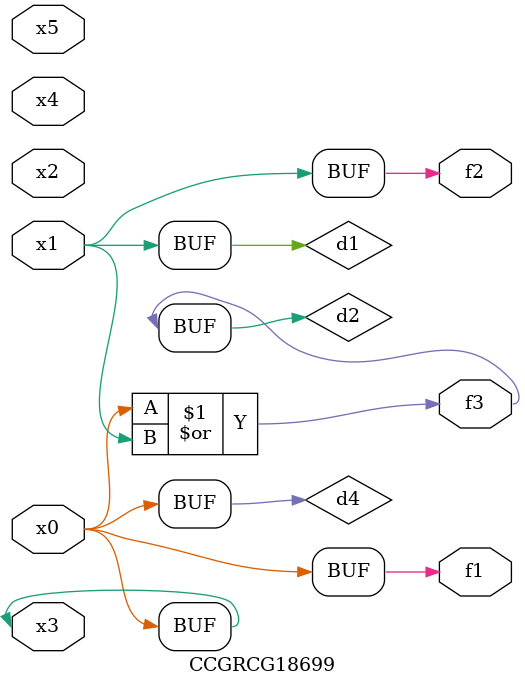
<source format=v>
module CCGRCG18699(
	input x0, x1, x2, x3, x4, x5,
	output f1, f2, f3
);

	wire d1, d2, d3, d4;

	and (d1, x1);
	or (d2, x0, x1);
	nand (d3, x0, x5);
	buf (d4, x0, x3);
	assign f1 = d4;
	assign f2 = d1;
	assign f3 = d2;
endmodule

</source>
